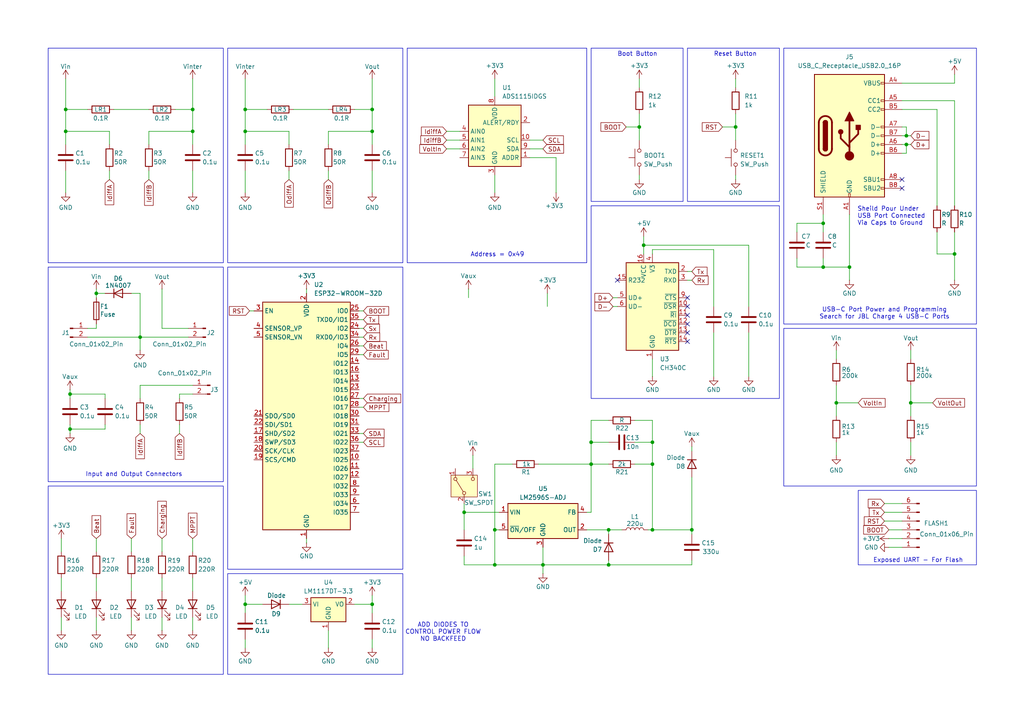
<source format=kicad_sch>
(kicad_sch (version 20250114) (generator "eeschema") (generator_version "9.0")
  (paper "A4")
  (title_block (comment 1 "Capacitor Ratings Need to be >50V for HVDC"))
  (rectangle (start 171.45 59.69) (end 226.06 115.57))
  (rectangle (start 13.97 77.47) (end 64.77 139.7))
  (rectangle (start 13.97 140.97) (end 64.77 195.58))
  (rectangle (start 171.45 13.97) (end 198.12 58.42))
  (rectangle (start 118.11 13.97) (end 170.18 76.2))
  (rectangle (start 227.33 95.25) (end 283.21 140.97))
  (rectangle (start 248.92 142.24) (end 283.21 163.83))
  (rectangle (start 13.97 13.97) (end 64.77 76.2))
  (rectangle (start 199.39 13.97) (end 226.06 58.42))
  (rectangle (start 66.04 13.97) (end 116.84 76.2))
  (rectangle (start 66.04 77.47) (end 116.84 165.1))
  (rectangle (start 227.33 13.97) (end 283.21 93.98))
  (rectangle (start 66.04 166.37) (end 116.84 195.58))
  (text "USB-C Port Power and Programming\nSearch for JBL Charge 4 USB-C Ports" (at 256.54 92.71 0) (effects (font (size 1.27 1.27)) (justify bottom)))
  (text "Address = 0x49" (at 144.272 73.914 0) (effects (font (size 1.27 1.27))))
  (text "Reset Button" (at 207.01 16.51 0) (effects (font (size 1.27 1.27)) (justify left bottom)))
  (text "Exposed UART - For Flash" (at 253.238 163.322 0) (effects (font (size 1.27 1.27)) (justify left bottom)))
  (text "Input and Output Connectors" (at 38.862 137.668 0) (effects (font (size 1.27 1.27))))
  (text "Boot Button" (at 179.07 16.51 0) (effects (font (size 1.27 1.27)) (justify left bottom)))
  (text "ADD DIODES TO\nCONTROL POWER FLOW\nNO BACKFEED" (at 128.524 183.388 0) (effects (font (size 1.27 1.27))))
  (text "Sheild Pour Under\nUSB Port Connected\nVia Caps to Ground" (at 248.666 65.532 0) (effects (font (size 1.27 1.27)) (justify left bottom)))
  (junction (at 40.64 97.79))
  (junction (at 171.45 134.62))
  (junction (at 189.23 134.62))
  (junction (at 186.69 71.12))
  (junction (at 264.16 116.84))
  (junction (at 20.32 114.3))
  (junction (at 55.88 31.75))
  (junction (at 19.05 38.1))
  (junction (at 20.32 124.46))
  (junction (at 276.86 73.66))
  (junction (at 176.53 153.67))
  (junction (at 19.05 31.75))
  (junction (at 189.23 153.67))
  (junction (at 262.89 41.91))
  (junction (at 134.62 148.59))
  (junction (at 189.23 128.27))
  (junction (at 71.12 38.1))
  (junction (at 200.66 153.67))
  (junction (at 171.45 128.27))
  (junction (at 27.94 85.09))
  (junction (at 238.76 64.77))
  (junction (at 107.95 175.26))
  (junction (at 176.53 163.83))
  (junction (at 107.95 31.75))
  (junction (at 55.88 38.1))
  (junction (at 143.51 153.67))
  (junction (at 262.89 39.37))
  (junction (at 71.12 175.26))
  (junction (at 242.57 116.84))
  (junction (at 246.38 77.47))
  (junction (at 185.42 36.83))
  (junction (at 143.51 163.83))
  (junction (at 213.36 36.83))
  (junction (at 238.76 77.47))
  (junction (at 71.12 31.75))
  (junction (at 107.95 38.1))
  (junction (at 157.48 163.83))
  (no_connect (at 179.07 81.28))
  (no_connect (at 199.39 93.98))
  (no_connect (at 199.39 86.36))
  (no_connect (at 199.39 96.52))
  (no_connect (at 199.39 88.9))
  (no_connect (at 199.39 99.06))
  (no_connect (at 261.62 52.07))
  (no_connect (at 199.39 91.44))
  (no_connect (at 261.62 54.61))
  (wire (pts (xy 137.16 132.08) (xy 137.16 135.89)))
  (wire (pts (xy 107.95 38.1) (xy 107.95 41.91)))
  (wire (pts (xy 20.32 113.03) (xy 20.32 114.3)))
  (wire (pts (xy 107.95 175.26) (xy 107.95 177.8)))
  (wire (pts (xy 157.48 163.83) (xy 157.48 166.37)))
  (wire (pts (xy 231.14 64.77) (xy 231.14 67.31)))
  (wire (pts (xy 71.12 172.72) (xy 71.12 175.26)))
  (wire (pts (xy 231.14 74.93) (xy 231.14 77.47)))
  (wire (pts (xy 271.78 31.75) (xy 261.62 31.75)))
  (wire (pts (xy 257.81 156.21) (xy 261.62 156.21)))
  (wire (pts (xy 25.4 97.79) (xy 40.64 97.79)))
  (wire (pts (xy 153.67 40.64) (xy 157.48 40.64)))
  (wire (pts (xy 19.05 49.53) (xy 19.05 55.88)))
  (wire (pts (xy 40.64 123.19) (xy 40.64 125.73)))
  (wire (pts (xy 88.9 156.21) (xy 88.9 157.48)))
  (wire (pts (xy 276.86 29.21) (xy 261.62 29.21)))
  (wire (pts (xy 27.94 167.64) (xy 27.94 171.45)))
  (wire (pts (xy 184.15 121.92) (xy 189.23 121.92)))
  (wire (pts (xy 129.54 43.18) (xy 133.35 43.18)))
  (wire (pts (xy 261.62 39.37) (xy 262.89 39.37)))
  (wire (pts (xy 27.94 85.09) (xy 30.48 85.09)))
  (wire (pts (xy 185.42 50.8) (xy 185.42 52.07)))
  (wire (pts (xy 262.89 41.91) (xy 264.16 41.91)))
  (wire (pts (xy 242.57 116.84) (xy 248.92 116.84)))
  (wire (pts (xy 30.48 123.19) (xy 30.48 124.46)))
  (wire (pts (xy 148.59 134.62) (xy 143.51 134.62)))
  (wire (pts (xy 264.16 128.27) (xy 264.16 132.08)))
  (wire (pts (xy 200.66 138.43) (xy 200.66 153.67)))
  (wire (pts (xy 256.54 146.05) (xy 261.62 146.05)))
  (wire (pts (xy 43.18 41.91) (xy 43.18 38.1)))
  (wire (pts (xy 27.94 83.82) (xy 27.94 85.09)))
  (wire (pts (xy 176.53 153.67) (xy 170.18 153.67)))
  (wire (pts (xy 242.57 128.27) (xy 242.57 132.08)))
  (wire (pts (xy 40.64 111.76) (xy 40.64 115.57)))
  (wire (pts (xy 189.23 121.92) (xy 189.23 128.27)))
  (wire (pts (xy 40.64 85.09) (xy 40.64 97.79)))
  (wire (pts (xy 71.12 175.26) (xy 71.12 177.8)))
  (wire (pts (xy 52.07 123.19) (xy 52.07 125.73)))
  (wire (pts (xy 189.23 72.39) (xy 189.23 73.66)))
  (wire (pts (xy 71.12 38.1) (xy 71.12 41.91)))
  (wire (pts (xy 55.88 49.53) (xy 55.88 55.88)))
  (wire (pts (xy 55.88 38.1) (xy 55.88 41.91)))
  (wire (pts (xy 71.12 49.53) (xy 71.12 55.88)))
  (wire (pts (xy 88.9 83.82) (xy 88.9 85.09)))
  (wire (pts (xy 27.94 179.07) (xy 27.94 182.88)))
  (wire (pts (xy 27.94 93.98) (xy 27.94 95.25)))
  (wire (pts (xy 209.55 36.83) (xy 213.36 36.83)))
  (wire (pts (xy 20.32 114.3) (xy 30.48 114.3)))
  (wire (pts (xy 256.54 151.13) (xy 261.62 151.13)))
  (wire (pts (xy 38.1 179.07) (xy 38.1 182.88)))
  (wire (pts (xy 276.86 24.13) (xy 276.86 21.59)))
  (wire (pts (xy 264.16 101.6) (xy 264.16 104.14)))
  (wire (pts (xy 161.29 45.72) (xy 153.67 45.72)))
  (wire (pts (xy 55.88 31.75) (xy 55.88 38.1)))
  (wire (pts (xy 257.81 158.75) (xy 261.62 158.75)))
  (wire (pts (xy 46.99 179.07) (xy 46.99 182.88)))
  (wire (pts (xy 186.69 71.12) (xy 186.69 73.66)))
  (wire (pts (xy 262.89 39.37) (xy 264.16 39.37)))
  (wire (pts (xy 104.14 102.87) (xy 105.41 102.87)))
  (wire (pts (xy 27.94 156.21) (xy 27.94 160.02)))
  (wire (pts (xy 264.16 116.84) (xy 270.51 116.84)))
  (wire (pts (xy 177.8 88.9) (xy 179.07 88.9)))
  (wire (pts (xy 246.38 62.23) (xy 246.38 77.47)))
  (wire (pts (xy 55.88 167.64) (xy 55.88 171.45)))
  (wire (pts (xy 238.76 64.77) (xy 238.76 67.31)))
  (wire (pts (xy 276.86 59.69) (xy 276.86 29.21)))
  (wire (pts (xy 55.88 156.21) (xy 55.88 160.02)))
  (wire (pts (xy 71.12 185.42) (xy 71.12 187.96)))
  (wire (pts (xy 199.39 81.28) (xy 200.66 81.28)))
  (wire (pts (xy 71.12 31.75) (xy 71.12 38.1)))
  (wire (pts (xy 185.42 33.02) (xy 185.42 36.83)))
  (wire (pts (xy 238.76 77.47) (xy 246.38 77.47)))
  (wire (pts (xy 55.88 22.86) (xy 55.88 31.75)))
  (wire (pts (xy 271.78 59.69) (xy 271.78 31.75)))
  (wire (pts (xy 19.05 31.75) (xy 19.05 38.1)))
  (wire (pts (xy 83.82 175.26) (xy 87.63 175.26)))
  (wire (pts (xy 95.25 41.91) (xy 95.25 38.1)))
  (wire (pts (xy 242.57 101.6) (xy 242.57 104.14)))
  (wire (pts (xy 50.8 31.75) (xy 55.88 31.75)))
  (wire (pts (xy 19.05 38.1) (xy 31.75 38.1)))
  (wire (pts (xy 213.36 33.02) (xy 213.36 36.83)))
  (wire (pts (xy 264.16 111.76) (xy 264.16 116.84)))
  (wire (pts (xy 261.62 36.83) (xy 262.89 36.83)))
  (wire (pts (xy 186.69 68.58) (xy 186.69 71.12)))
  (wire (pts (xy 17.78 167.64) (xy 17.78 171.45)))
  (wire (pts (xy 207.01 96.52) (xy 207.01 109.22)))
  (wire (pts (xy 217.17 71.12) (xy 186.69 71.12)))
  (wire (pts (xy 46.99 167.64) (xy 46.99 171.45)))
  (wire (pts (xy 134.62 163.83) (xy 143.51 163.83)))
  (wire (pts (xy 102.87 31.75) (xy 107.95 31.75)))
  (wire (pts (xy 144.78 153.67) (xy 143.51 153.67)))
  (wire (pts (xy 85.09 31.75) (xy 95.25 31.75)))
  (wire (pts (xy 176.53 153.67) (xy 176.53 154.94)))
  (wire (pts (xy 264.16 116.84) (xy 264.16 120.65)))
  (wire (pts (xy 200.66 153.67) (xy 200.66 154.94)))
  (wire (pts (xy 17.78 156.21) (xy 17.78 160.02)))
  (wire (pts (xy 207.01 72.39) (xy 189.23 72.39)))
  (wire (pts (xy 134.62 161.29) (xy 134.62 163.83)))
  (wire (pts (xy 238.76 62.23) (xy 238.76 64.77)))
  (wire (pts (xy 181.61 36.83) (xy 185.42 36.83)))
  (wire (pts (xy 77.47 31.75) (xy 71.12 31.75)))
  (wire (pts (xy 38.1 156.21) (xy 38.1 160.02)))
  (wire (pts (xy 33.02 31.75) (xy 43.18 31.75)))
  (wire (pts (xy 200.66 162.56) (xy 200.66 163.83)))
  (wire (pts (xy 52.07 114.3) (xy 52.07 115.57)))
  (wire (pts (xy 161.29 55.88) (xy 161.29 45.72)))
  (wire (pts (xy 156.21 134.62) (xy 171.45 134.62)))
  (wire (pts (xy 71.12 38.1) (xy 83.82 38.1)))
  (wire (pts (xy 102.87 175.26) (xy 107.95 175.26)))
  (wire (pts (xy 143.51 163.83) (xy 157.48 163.83)))
  (wire (pts (xy 184.15 134.62) (xy 189.23 134.62)))
  (wire (pts (xy 153.67 43.18) (xy 157.48 43.18)))
  (wire (pts (xy 104.14 97.79) (xy 105.41 97.79)))
  (wire (pts (xy 46.99 95.25) (xy 54.61 95.25)))
  (wire (pts (xy 40.64 101.6) (xy 40.64 97.79)))
  (wire (pts (xy 105.41 95.25) (xy 104.14 95.25)))
  (wire (pts (xy 43.18 38.1) (xy 55.88 38.1)))
  (wire (pts (xy 27.94 95.25) (xy 25.4 95.25)))
  (wire (pts (xy 231.14 64.77) (xy 238.76 64.77)))
  (wire (pts (xy 242.57 111.76) (xy 242.57 116.84)))
  (wire (pts (xy 158.75 85.09) (xy 158.75 88.9)))
  (wire (pts (xy 144.78 148.59) (xy 134.62 148.59)))
  (wire (pts (xy 217.17 96.52) (xy 217.17 109.22)))
  (wire (pts (xy 200.66 153.67) (xy 189.23 153.67)))
  (wire (pts (xy 83.82 49.53) (xy 83.82 52.07)))
  (wire (pts (xy 30.48 115.57) (xy 30.48 114.3)))
  (wire (pts (xy 31.75 38.1) (xy 31.75 41.91)))
  (wire (pts (xy 104.14 118.11) (xy 105.41 118.11)))
  (wire (pts (xy 20.32 114.3) (xy 20.32 115.57)))
  (wire (pts (xy 20.32 124.46) (xy 20.32 125.73)))
  (wire (pts (xy 171.45 128.27) (xy 171.45 134.62)))
  (wire (pts (xy 176.53 162.56) (xy 176.53 163.83)))
  (wire (pts (xy 104.14 128.27) (xy 105.41 128.27)))
  (wire (pts (xy 83.82 38.1) (xy 83.82 41.91)))
  (wire (pts (xy 46.99 83.82) (xy 46.99 95.25)))
  (wire (pts (xy 200.66 129.54) (xy 200.66 130.81)))
  (wire (pts (xy 43.18 49.53) (xy 43.18 52.07)))
  (wire (pts (xy 143.51 22.86) (xy 143.51 27.94)))
  (wire (pts (xy 17.78 179.07) (xy 17.78 182.88)))
  (wire (pts (xy 107.95 49.53) (xy 107.95 55.88)))
  (wire (pts (xy 185.42 36.83) (xy 185.42 40.64)))
  (wire (pts (xy 171.45 148.59) (xy 171.45 134.62)))
  (wire (pts (xy 246.38 77.47) (xy 246.38 81.28)))
  (wire (pts (xy 213.36 36.83) (xy 213.36 40.64)))
  (wire (pts (xy 262.89 44.45) (xy 262.89 41.91)))
  (wire (pts (xy 55.88 179.07) (xy 55.88 182.88)))
  (wire (pts (xy 107.95 31.75) (xy 107.95 38.1)))
  (wire (pts (xy 129.54 38.1) (xy 133.35 38.1)))
  (wire (pts (xy 187.96 153.67) (xy 189.23 153.67)))
  (wire (pts (xy 25.4 31.75) (xy 19.05 31.75)))
  (wire (pts (xy 20.32 123.19) (xy 20.32 124.46)))
  (wire (pts (xy 129.54 40.64) (xy 133.35 40.64)))
  (wire (pts (xy 207.01 88.9) (xy 207.01 72.39)))
  (wire (pts (xy 261.62 41.91) (xy 262.89 41.91)))
  (wire (pts (xy 71.12 22.86) (xy 71.12 31.75)))
  (wire (pts (xy 184.15 128.27) (xy 189.23 128.27)))
  (wire (pts (xy 276.86 73.66) (xy 276.86 81.28)))
  (wire (pts (xy 157.48 158.75) (xy 157.48 163.83)))
  (wire (pts (xy 104.14 90.17) (xy 105.41 90.17)))
  (wire (pts (xy 271.78 73.66) (xy 276.86 73.66)))
  (wire (pts (xy 31.75 49.53) (xy 31.75 52.07)))
  (wire (pts (xy 55.88 114.3) (xy 52.07 114.3)))
  (wire (pts (xy 257.81 153.67) (xy 261.62 153.67)))
  (wire (pts (xy 95.25 49.53) (xy 95.25 52.07)))
  (wire (pts (xy 262.89 39.37) (xy 262.89 36.83)))
  (wire (pts (xy 72.39 90.17) (xy 73.66 90.17)))
  (wire (pts (xy 107.95 172.72) (xy 107.95 175.26)))
  (wire (pts (xy 135.89 83.82) (xy 135.89 86.36)))
  (wire (pts (xy 213.36 50.8) (xy 213.36 52.07)))
  (wire (pts (xy 171.45 134.62) (xy 176.53 134.62)))
  (wire (pts (xy 171.45 121.92) (xy 171.45 128.27)))
  (wire (pts (xy 107.95 22.86) (xy 107.95 31.75)))
  (wire (pts (xy 143.51 50.8) (xy 143.51 55.88)))
  (wire (pts (xy 143.51 134.62) (xy 143.51 153.67)))
  (wire (pts (xy 104.14 125.73) (xy 105.41 125.73)))
  (wire (pts (xy 261.62 24.13) (xy 276.86 24.13)))
  (wire (pts (xy 46.99 156.21) (xy 46.99 160.02)))
  (wire (pts (xy 27.94 85.09) (xy 27.94 86.36)))
  (wire (pts (xy 177.8 86.36) (xy 179.07 86.36)))
  (wire (pts (xy 19.05 22.86) (xy 19.05 31.75)))
  (wire (pts (xy 19.05 38.1) (xy 19.05 41.91)))
  (wire (pts (xy 189.23 104.14) (xy 189.23 109.22)))
  (wire (pts (xy 271.78 67.31) (xy 271.78 73.66)))
  (wire (pts (xy 231.14 77.47) (xy 238.76 77.47)))
  (wire (pts (xy 143.51 153.67) (xy 143.51 163.83)))
  (wire (pts (xy 189.23 134.62) (xy 189.23 153.67)))
  (wire (pts (xy 40.64 97.79) (xy 54.61 97.79)))
  (wire (pts (xy 170.18 148.59) (xy 171.45 148.59)))
  (wire (pts (xy 217.17 88.9) (xy 217.17 71.12)))
  (wire (pts (xy 134.62 146.05) (xy 134.62 148.59)))
  (wire (pts (xy 176.53 121.92) (xy 171.45 121.92)))
  (wire (pts (xy 38.1 85.09) (xy 40.64 85.09)))
  (wire (pts (xy 104.14 92.71) (xy 105.41 92.71)))
  (wire (pts (xy 71.12 175.26) (xy 76.2 175.26)))
  (wire (pts (xy 95.25 182.88) (xy 95.25 187.96)))
  (wire (pts (xy 107.95 185.42) (xy 107.95 187.96)))
  (wire (pts (xy 185.42 22.86) (xy 185.42 25.4)))
  (wire (pts (xy 256.54 148.59) (xy 261.62 148.59)))
  (wire (pts (xy 176.53 163.83) (xy 200.66 163.83)))
  (wire (pts (xy 213.36 22.86) (xy 213.36 25.4)))
  (wire (pts (xy 242.57 116.84) (xy 242.57 120.65)))
  (wire (pts (xy 199.39 78.74) (xy 200.66 78.74)))
  (wire (pts (xy 189.23 128.27) (xy 189.23 134.62)))
  (wire (pts (xy 276.86 67.31) (xy 276.86 73.66)))
  (wire (pts (xy 134.62 148.59) (xy 134.62 153.67)))
  (wire (pts (xy 105.41 100.33) (xy 104.14 100.33)))
  (wire (pts (xy 38.1 167.64) (xy 38.1 171.45)))
  (wire (pts (xy 30.48 124.46) (xy 20.32 124.46)))
  (wire (pts (xy 171.45 128.27) (xy 176.53 128.27)))
  (wire (pts (xy 55.88 111.76) (xy 40.64 111.76)))
  (wire (pts (xy 238.76 74.93) (xy 238.76 77.47)))
  (wire (pts (xy 95.25 38.1) (xy 107.95 38.1)))
  (wire (pts (xy 157.48 163.83) (xy 176.53 163.83)))
  (wire (pts (xy 180.34 153.67) (xy 176.53 153.67)))
  (wire (pts (xy 104.14 115.57) (xy 105.41 115.57)))
  (wire (pts (xy 261.62 44.45) (xy 262.89 44.45)))
  (global_label "SCL" (shape input) (at 157.48 40.64 0) (property "Intersheetrefs" "${INTERSHEET_REFS}" (effects (hide yes))))
  (global_label "Charging" (shape input) (at 105.41 115.57 0) (property "Intersheetrefs" "${INTERSHEET_REFS}" (effects (hide yes))))
  (global_label "IdiffB" (shape input) (at 43.18 52.07 270) (property "Intersheetrefs" "${INTERSHEET_REFS}" (effects (hide yes))))
  (global_label "D+" (shape input) (at 177.8 86.36 180) (property "Intersheetrefs" "${INTERSHEET_REFS}" (effects (hide yes))))
  (global_label "BOOT" (shape input) (at 181.61 36.83 180) (property "Intersheetrefs" "${INTERSHEET_REFS}" (effects (hide yes))))
  (global_label "SCL" (shape input) (at 105.41 128.27 0) (property "Intersheetrefs" "${INTERSHEET_REFS}" (effects (hide yes))))
  (global_label "IdiffB" (shape input) (at 52.07 125.73 270) (property "Intersheetrefs" "${INTERSHEET_REFS}" (effects (hide yes))))
  (global_label "OdiffB" (shape input) (at 95.25 52.07 270) (property "Intersheetrefs" "${INTERSHEET_REFS}" (effects (hide yes))))
  (global_label "MPPT" (shape input) (at 55.88 156.21 90) (property "Intersheetrefs" "${INTERSHEET_REFS}" (effects (hide yes))))
  (global_label "VoltIn" (shape input) (at 248.92 116.84 0) (property "Intersheetrefs" "${INTERSHEET_REFS}" (effects (hide yes))))
  (global_label "Sx" (shape input) (at 105.41 95.25 0) (property "Intersheetrefs" "${INTERSHEET_REFS}" (effects (hide yes))))
  (global_label "Beat" (shape input) (at 27.94 156.21 90) (property "Intersheetrefs" "${INTERSHEET_REFS}" (effects (hide yes))))
  (global_label "VoltOut" (shape input) (at 270.51 116.84 0) (property "Intersheetrefs" "${INTERSHEET_REFS}" (effects (hide yes))))
  (global_label "Beat" (shape input) (at 105.41 100.33 0) (property "Intersheetrefs" "${INTERSHEET_REFS}" (effects (hide yes))))
  (global_label "MPPT" (shape input) (at 105.41 118.11 0) (property "Intersheetrefs" "${INTERSHEET_REFS}" (effects (hide yes))))
  (global_label "VoltIn" (shape input) (at 129.54 43.18 180) (property "Intersheetrefs" "${INTERSHEET_REFS}" (effects (hide yes))))
  (global_label "Rx" (shape input) (at 105.41 97.79 0) (property "Intersheetrefs" "${INTERSHEET_REFS}" (effects (hide yes))))
  (global_label "D-" (shape input) (at 264.16 39.37 0) (property "Intersheetrefs" "${INTERSHEET_REFS}" (effects (hide yes))))
  (global_label "IdiffA" (shape input) (at 129.54 38.1 180) (property "Intersheetrefs" "${INTERSHEET_REFS}" (effects (hide yes))))
  (global_label "RST" (shape input) (at 209.55 36.83 180) (property "Intersheetrefs" "${INTERSHEET_REFS}" (effects (hide yes))))
  (global_label "Tx" (shape input) (at 256.54 148.59 180) (property "Intersheetrefs" "${INTERSHEET_REFS}" (effects (hide yes))))
  (global_label "IdiffA" (shape input) (at 40.64 125.73 270) (property "Intersheetrefs" "${INTERSHEET_REFS}" (effects (hide yes))))
  (global_label "BOOT" (shape input) (at 105.41 90.17 0) (property "Intersheetrefs" "${INTERSHEET_REFS}" (effects (hide yes))))
  (global_label "Tx" (shape input) (at 200.66 78.74 0) (property "Intersheetrefs" "${INTERSHEET_REFS}" (effects (hide yes))))
  (global_label "SDA" (shape input) (at 157.48 43.18 0) (property "Intersheetrefs" "${INTERSHEET_REFS}" (effects (hide yes))))
  (global_label "D-" (shape input) (at 177.8 88.9 180) (property "Intersheetrefs" "${INTERSHEET_REFS}" (effects (hide yes))))
  (global_label "OdiffA" (shape input) (at 83.82 52.07 270) (property "Intersheetrefs" "${INTERSHEET_REFS}" (effects (hide yes))))
  (global_label "SDA" (shape input) (at 105.41 125.73 0) (property "Intersheetrefs" "${INTERSHEET_REFS}" (effects (hide yes))))
  (global_label "RST" (shape input) (at 256.54 151.13 180) (property "Intersheetrefs" "${INTERSHEET_REFS}" (effects (hide yes))))
  (global_label "IdiffA" (shape input) (at 31.75 52.07 270) (property "Intersheetrefs" "${INTERSHEET_REFS}" (effects (hide yes))))
  (global_label "D+" (shape input) (at 264.16 41.91 0) (property "Intersheetrefs" "${INTERSHEET_REFS}" (effects (hide yes))))
  (global_label "BOOT" (shape input) (at 257.81 153.67 180) (property "Intersheetrefs" "${INTERSHEET_REFS}" (effects (hide yes))))
  (global_label "Rx" (shape input) (at 256.54 146.05 180) (property "Intersheetrefs" "${INTERSHEET_REFS}" (effects (hide yes))))
  (global_label "Fault" (shape input) (at 105.41 102.87 0) (property "Intersheetrefs" "${INTERSHEET_REFS}" (effects (hide yes))))
  (global_label "Tx" (shape input) (at 105.41 92.71 0) (property "Intersheetrefs" "${INTERSHEET_REFS}" (effects (hide yes))))
  (global_label "Rx" (shape input) (at 200.66 81.28 0) (property "Intersheetrefs" "${INTERSHEET_REFS}" (effects (hide yes))))
  (global_label "Charging" (shape input) (at 46.99 156.21 90) (property "Intersheetrefs" "${INTERSHEET_REFS}" (effects (hide yes))))
  (global_label "IdiffB" (shape input) (at 129.54 40.64 180) (property "Intersheetrefs" "${INTERSHEET_REFS}" (effects (hide yes))))
  (global_label "RST" (shape input) (at 72.39 90.17 180) (property "Intersheetrefs" "${INTERSHEET_REFS}" (effects (hide yes))))
  (global_label "Fault" (shape input) (at 38.1 156.21 90) (property "Intersheetrefs" "${INTERSHEET_REFS}" (effects (hide yes))))
  (symbol (lib_id "Device:R") (at 55.88 163.83 0) (unit 1)
    (property "Reference" "R20" (at 57.404 162.56 0) (effects (justify left)))
    (property "Value" "220R" (at 57.404 165.1 0) (effects (justify left)))
    (property "Footprint" "LED_SMD:LED_0805_2012Metric_Pad1.15x1.40mm_HandSolder" (effects (hide yes)))
    (property "Description" "Resistor" (effects (hide yes)))
  )
  (symbol (lib_id "power:VAA") (at 19.05 22.86 0) (unit 1)
    (property "Reference" "#PWR01" (effects (hide yes)))
    (property "Value" "Vin" (at 19.05 19.304 0))
    (property "Description" "Power symbol creates a global label with name \"VAA\"" (effects (hide yes)))
  )
  (symbol (lib_id "Device:LED") (at 55.88 175.26 90) (unit 1)
    (property "Reference" "D5" (at 59.69 176.2125 90) (effects (justify right)))
    (property "Value" "LED" (at 59.69 178.7525 90) (effects (justify right)))
    (property "Footprint" "LED_SMD:LED_1206_3216Metric_Pad1.42x1.75mm_HandSolder" (effects (hide yes)))
  )
  (symbol (lib_id "ScottoKeebs:Placeholder_Diode") (at 200.66 134.62 270) (unit 1)
    (property "Reference" "D8" (at 198.755 135.255 90) (effects (justify right)))
    (property "Value" "Diode" (at 198.755 132.715 90) (effects (justify right)))
    (property "Footprint" "Diode_SMD:D_MELF" (effects (hide yes)))
    (property "Sim.Device" "D" (effects (hide yes)))
    (property "Sim.Pins" "1=K 2=A" (effects (hide yes)))
  )
  (symbol (lib_id "Device:LED") (at 17.78 175.26 90) (unit 1)
    (property "Reference" "D1" (at 21.59 176.2125 90) (effects (justify right)))
    (property "Value" "LED" (at 21.59 178.7525 90) (effects (justify right)))
    (property "Footprint" "LED_SMD:LED_1206_3216Metric_Pad1.42x1.75mm_HandSolder" (effects (hide yes)))
  )
  (symbol (lib_id "power:GND") (at 71.12 55.88 0) (unit 1)
    (property "Reference" "#PWR013" (effects (hide yes)))
    (property "Value" "GND" (at 71.12 60.198 0))
    (property "Description" "Power symbol creates a global label with name \"GND\" , ground" (effects (hide yes)))
  )
  (symbol (lib_id "power:VBUS") (at 135.89 83.82 0) (unit 1)
    (property "Reference" "#PWR036" (effects (hide yes)))
    (property "Value" "Vaux" (at 135.89 80.01 0))
    (property "Description" "Power symbol creates a global label with name \"VBUS\"" (effects (hide yes)))
  )
  (symbol (lib_id "power:GND") (at 189.23 109.22 0) (unit 1)
    (property "Reference" "#PWR03" (effects (hide yes)))
    (property "Value" "GND" (at 189.23 113.03 0))
  )
  (symbol (lib_id "Device:R") (at 180.34 134.62 90) (unit 1)
    (property "Reference" "R21" (at 182.372 136.906 90) (effects (justify left)))
    (property "Value" "2k" (at 181.61 134.62 90) (effects (justify left)))
    (property "Footprint" "LED_SMD:LED_0805_2012Metric_Pad1.15x1.40mm_HandSolder" (effects (hide yes)))
    (property "Description" "Resistor" (effects (hide yes)))
  )
  (symbol (lib_id "Device:R") (at 31.75 45.72 0) (unit 1)
    (property "Reference" "R2" (at 33.02 44.45 0) (effects (justify left)))
    (property "Value" "50R" (at 33.02 46.99 0) (effects (justify left)))
    (property "Description" "Resistor" (effects (hide yes)))
  )
  (symbol (lib_id "Device:LED") (at 46.99 175.26 90) (unit 1)
    (property "Reference" "D4" (at 50.8 176.2125 90) (effects (justify right)))
    (property "Value" "LED" (at 50.8 178.7525 90) (effects (justify right)))
    (property "Footprint" "LED_SMD:LED_1206_3216Metric_Pad1.42x1.75mm_HandSolder" (effects (hide yes)))
  )
  (symbol (lib_id "power:GND") (at 19.05 55.88 0) (unit 1)
    (property "Reference" "#PWR05" (effects (hide yes)))
    (property "Value" "GND" (at 19.05 60.198 0))
    (property "Description" "Power symbol creates a global label with name \"GND\" , ground" (effects (hide yes)))
  )
  (symbol (lib_id "Device:R") (at 81.28 31.75 90) (unit 1)
    (property "Reference" "LR3" (at 81.28 31.75 90))
    (property "Value" "0.1R" (at 81.28 34.29 90))
    (property "Description" "Resistor" (effects (hide yes)))
  )
  (symbol (lib_id "Switch:SW_Push") (at 213.36 45.72 90) (unit 1)
    (property "Reference" "RESET1" (at 214.63 45.085 90) (effects (justify right)))
    (property "Value" "SW_Push" (at 214.63 47.625 90) (effects (justify right)))
    (property "Footprint" "CustomLibrary:SwitchCustom" (effects (hide yes)))
  )
  (symbol (lib_id "power:GND") (at 88.9 157.48 0) (unit 1)
    (property "Reference" "#PWR031" (effects (hide yes)))
    (property "Value" "GND" (at 88.9 161.29 0))
  )
  (symbol (lib_id "power:GND") (at 95.25 187.96 0) (unit 1)
    (property "Reference" "#PWR045" (effects (hide yes)))
    (property "Value" "GND" (at 95.25 191.77 0))
  )
  (symbol (lib_id "power:GND") (at 207.01 109.22 0) (unit 1)
    (property "Reference" "#PWR041" (effects (hide yes)))
    (property "Value" "GND" (at 207.01 113.03 0))
  )
  (symbol (lib_id "Device:C") (at 200.66 158.75 0) (unit 1)
    (property "Reference" "C15" (at 203.454 157.48 0) (effects (justify left)))
    (property "Value" "330u" (at 203.708 160.02 0) (effects (justify left)))
    (property "Footprint" "Capacitor_SMD:CP_Elec_10x10.5" (effects (hide yes)))
    (property "Description" "Unpolarized capacitor" (effects (hide yes)))
  )
  (symbol (lib_id "Device:R") (at 276.86 63.5 0) (unit 1)
    (property "Reference" "R10" (at 278.13 62.23 0) (effects (justify left)))
    (property "Value" "R" (at 278.13 64.77 0) (effects (justify left)))
    (property "Footprint" "Capacitor_SMD:C_0603_1608Metric_Pad1.08x0.95mm_HandSolder" (effects (hide yes)))
  )
  (symbol (lib_id "Device:C") (at 19.05 45.72 0) (unit 1)
    (property "Reference" "C1" (at 21.844 44.45 0) (effects (justify left)))
    (property "Value" "0.1u" (at 21.844 46.99 0) (effects (justify left)))
    (property "Footprint" "Capacitor_SMD:C_0603_1608Metric_Pad1.08x0.95mm_HandSolder" (effects (hide yes)))
    (property "Description" "Unpolarized capacitor" (effects (hide yes)))
  )
  (symbol (lib_id "power:VAA") (at 242.57 101.6 0) (unit 1)
    (property "Reference" "#PWR027" (effects (hide yes)))
    (property "Value" "Vin" (at 242.57 98.044 0))
    (property "Description" "Power symbol creates a global label with name \"VAA\"" (effects (hide yes)))
  )
  (symbol (lib_id "Device:C") (at 217.17 92.71 0) (unit 1)
    (property "Reference" "C10" (at 219.964 91.44 0) (effects (justify left)))
    (property "Value" "0.1u" (at 219.964 93.98 0) (effects (justify left)))
    (property "Footprint" "Capacitor_SMD:C_0603_1608Metric_Pad1.08x0.95mm_HandSolder" (effects (hide yes)))
    (property "Description" "Unpolarized capacitor" (effects (hide yes)))
  )
  (symbol (lib_id "power:GND") (at 46.99 182.88 0) (unit 1)
    (property "Reference" "#PWR039" (effects (hide yes)))
    (property "Value" "GND" (at 46.99 187.198 0))
    (property "Description" "Power symbol creates a global label with name \"GND\" , ground" (effects (hide yes)))
  )
  (symbol (lib_id "power:VAA") (at 71.12 22.86 0) (unit 1)
    (property "Reference" "#PWR012" (effects (hide yes)))
    (property "Value" "Vinter" (at 71.12 19.304 0))
    (property "Description" "Power symbol creates a global label with name \"VAA\"" (effects (hide yes)))
  )
  (symbol (lib_id "power:GND") (at 17.78 182.88 0) (unit 1)
    (property "Reference" "#PWR034" (effects (hide yes)))
    (property "Value" "GND" (at 17.78 187.198 0))
    (property "Description" "Power symbol creates a global label with name \"GND\" , ground" (effects (hide yes)))
  )
  (symbol (lib_id "power:+3V3") (at 185.42 22.86 0) (unit 1)
    (property "Reference" "#PWR021" (effects (hide yes)))
    (property "Value" "+3V3" (at 185.42 19.05 0))
  )
  (symbol (lib_id "Device:R") (at 17.78 163.83 0) (unit 1)
    (property "Reference" "R16" (at 19.304 162.56 0) (effects (justify left)))
    (property "Value" "220R" (at 19.304 165.1 0) (effects (justify left)))
    (property "Footprint" "LED_SMD:LED_0805_2012Metric_Pad1.15x1.40mm_HandSolder" (effects (hide yes)))
    (property "Description" "Resistor" (effects (hide yes)))
  )
  (symbol (lib_id "Device:R") (at 46.99 31.75 90) (unit 1)
    (property "Reference" "LR2" (at 46.99 31.75 90))
    (property "Value" "0.1R" (at 46.99 34.29 90))
    (property "Description" "Resistor" (effects (hide yes)))
  )
  (symbol (lib_id "Device:R") (at 213.36 29.21 180) (unit 1)
    (property "Reference" "R11" (at 215.9 27.9399 0) (effects (justify right)))
    (property "Value" "1k" (at 215.9 30.4799 0) (effects (justify right)))
    (property "Footprint" "Resistor_SMD:R_0805_2012Metric_Pad1.20x1.40mm_HandSolder" (effects (hide yes)))
  )
  (symbol (lib_id "Regulator_Linear:LM1117DT-3.3") (at 95.25 175.26 0) (unit 1)
    (property "Reference" "U4" (at 95.25 168.91 0))
    (property "Value" "LM1117DT-3.3" (at 95.25 171.45 0))
    (property "Footprint" "Package_TO_SOT_SMD:TO-252-3_TabPin2" (effects (hide yes)))
    (property "Datasheet" "http://www.ti.com/lit/ds/symlink/lm1117.pdf" (effects (hide yes)))
    (property "Description" "800mA Low-Dropout Linear Regulator, 3.3V fixed output, TO-252" (effects (hide yes)))
  )
  (symbol (lib_id "Device:C") (at 107.95 45.72 0) (unit 1)
    (property "Reference" "C6" (at 110.744 44.45 0) (effects (justify left)))
    (property "Value" "0.1u" (at 110.744 46.99 0) (effects (justify left)))
    (property "Footprint" "Capacitor_SMD:C_0603_1608Metric_Pad1.08x0.95mm_HandSolder" (effects (hide yes)))
    (property "Description" "Unpolarized capacitor" (effects (hide yes)))
  )
  (symbol (lib_id "Connector:USB_C_Receptacle_USB2.0_16P") (at 246.38 39.37 0) (unit 1)
    (property "Reference" "J5" (at 246.38 16.51 0))
    (property "Value" "USB_C_Receptacle_USB2.0_16P" (at 246.38 19.05 0))
    (property "Footprint" "Connector_USB:USB_C_Receptacle_GCT_USB4085" (effects (hide yes)))
    (property "Datasheet" "https://www.usb.org/sites/default/files/documents/usb_type-c.zip" (effects (hide yes)))
    (property "Description" "USB 2.0-only 16P Type-C Receptacle connector" (effects (hide yes)))
  )
  (symbol (lib_id "power:+3V3") (at 17.78 156.21 0) (unit 1)
    (property "Reference" "#PWR033" (effects (hide yes)))
    (property "Value" "+3V3" (at 17.78 152.4 0))
    (property "Description" "Power symbol creates a global label with name \"+3V3\"" (effects (hide yes)))
  )
  (symbol (lib_id "ScottoKeebs:Placeholder_Diode") (at 80.01 175.26 180) (unit 1)
    (property "Reference" "D9" (at 78.74 178.054 0) (effects (justify right)))
    (property "Value" "Diode" (at 77.47 172.72 0) (effects (justify right)))
    (property "Footprint" "Diode_SMD:D_MELF" (effects (hide yes)))
    (property "Sim.Device" "D" (effects (hide yes)))
    (property "Sim.Pins" "1=K 2=A" (effects (hide yes)))
  )
  (symbol (lib_id "power:+3V3") (at 161.29 55.88 180) (unit 1)
    (property "Reference" "#PWR018" (effects (hide yes)))
    (property "Value" "+3V3" (at 160.782 59.69 0))
    (property "Description" "Power symbol creates a global label with name \"+3V3\"" (effects (hide yes)))
  )
  (symbol (lib_id "power:GND") (at 276.86 81.28 0) (unit 1)
    (property "Reference" "#PWR035" (effects (hide yes)))
    (property "Value" "GND" (at 276.86 85.09 0))
  )
  (symbol (lib_id "power:GND") (at 217.17 109.22 0) (unit 1)
    (property "Reference" "#PWR042" (effects (hide yes)))
    (property "Value" "GND" (at 217.17 113.03 0))
  )
  (symbol (lib_id "power:GND") (at 40.64 101.6 0) (unit 1)
    (property "Reference" "#PWR07" (effects (hide yes)))
    (property "Value" "GND" (at 40.64 105.918 0))
    (property "Description" "Power symbol creates a global label with name \"GND\" , ground" (effects (hide yes)))
  )
  (symbol (lib_id "RF_Module:ESP32-WROOM-32D") (at 88.9 120.65 0) (unit 1)
    (property "Reference" "U2" (at 91.0433 82.55 0) (effects (justify left)))
    (property "Value" "ESP32-WROOM-32D" (at 91.0433 85.09 0) (effects (justify left)))
    (property "Footprint" "RF_Module:ESP32-WROOM-32D" (effects (hide yes)))
    (property "Datasheet" "https://www.espressif.com/sites/default/files/documentation/esp32-wroom-32d_esp32-wroom-32u_datasheet_en.pdf" (effects (hide yes)))
    (property "Description" "RF Module, ESP32-D0WD SoC, Wi-Fi 802.11b/g/n, Bluetooth, BLE, 32-bit, 2.7-3.6V, onboard antenna, SMD" (effects (hide yes)))
  )
  (symbol (lib_id "Switch:SW_SPDT") (at 134.62 140.97 90) (unit 1)
    (property "Reference" "SW1" (at 138.684 143.256 90) (effects (justify right)))
    (property "Value" "SW_SPDT" (at 134.62 145.796 90) (effects (justify right)))
    (property "Description" "Switch, single pole double throw" (effects (hide yes)))
  )
  (symbol (lib_id "power:VAA") (at 107.95 22.86 0) (unit 1)
    (property "Reference" "#PWR014" (effects (hide yes)))
    (property "Value" "Vout" (at 107.95 19.304 0))
    (property "Description" "Power symbol creates a global label with name \"VAA\"" (effects (hide yes)))
  )
  (symbol (lib_id "Connector:Conn_01x02_Pin") (at 20.32 95.25 0) (unit 1)
    (property "Reference" "J1" (at 19.05 96.52 0))
    (property "Value" "Conn_01x02_Pin" (at 27.94 99.822 0))
    (property "Description" "Generic connector, single row, 01x02, script generated" (effects (hide yes)))
  )
  (symbol (lib_id "Device:R") (at 242.57 107.95 0) (unit 1)
    (property "Reference" "R6" (at 244.094 107.188 0) (effects (justify left)))
    (property "Value" "200k" (at 244.094 108.966 0) (effects (justify left)))
    (property "Description" "Resistor" (effects (hide yes)))
  )
  (symbol (lib_id "Device:C") (at 107.95 181.61 0) (unit 1)
    (property "Reference" "C12" (at 110.744 180.34 0) (effects (justify left)))
    (property "Value" "0.1u" (at 110.744 182.88 0) (effects (justify left)))
    (property "Footprint" "Capacitor_SMD:C_0603_1608Metric_Pad1.08x0.95mm_HandSolder" (effects (hide yes)))
    (property "Description" "Unpolarized capacitor" (effects (hide yes)))
  )
  (symbol (lib_id "power:GND") (at 38.1 182.88 0) (unit 1)
    (property "Reference" "#PWR038" (effects (hide yes)))
    (property "Value" "GND" (at 38.1 187.198 0))
    (property "Description" "Power symbol creates a global label with name \"GND\" , ground" (effects (hide yes)))
  )
  (symbol (lib_id "Regulator_Switching:LM2596S-ADJ") (at 157.48 151.13 0) (unit 1)
    (property "Reference" "U5" (at 157.48 141.732 0))
    (property "Value" "LM2596S-ADJ" (at 157.48 144.272 0))
    (property "Footprint" "Package_TO_SOT_SMD:TO-263-5_TabPin3" (effects (hide yes)))
    (property "Datasheet" "http://www.ti.com/lit/ds/symlink/lm2596.pdf" (effects (hide yes)))
    (property "Description" "Adjustable 3A Step-Down Voltage Regulator, TO-263" (effects (hide yes)))
  )
  (symbol (lib_id "power:GND") (at 20.32 125.73 0) (unit 1)
    (property "Reference" "#PWR011" (effects (hide yes)))
    (property "Value" "GND" (at 20.32 130.048 0))
    (property "Description" "Power symbol creates a global label with name \"GND\" , ground" (effects (hide yes)))
  )
  (symbol (lib_id "Device:L") (at 184.15 153.67 90) (unit 1)
    (property "Reference" "L1" (at 184.15 149.86 90))
    (property "Value" "220u" (at 184.15 151.892 90))
    (property "Footprint" "Inductor_SMD:L_10.4x10.4_H4.8" (effects (hide yes)))
    (property "Description" "Inductor" (effects (hide yes)))
  )
  (symbol (lib_id "Device:C") (at 55.88 45.72 0) (unit 1)
    (property "Reference" "C2" (at 58.674 44.45 0) (effects (justify left)))
    (property "Value" "0.1u" (at 58.674 46.99 0) (effects (justify left)))
    (property "Footprint" "Capacitor_SMD:C_0603_1608Metric_Pad1.08x0.95mm_HandSolder" (effects (hide yes)))
    (property "Description" "Unpolarized capacitor" (effects (hide yes)))
  )
  (symbol (lib_id "Device:C") (at 30.48 119.38 0) (unit 1)
    (property "Reference" "C4" (at 33.274 118.11 0) (effects (justify left)))
    (property "Value" "0.1u" (at 33.274 120.65 0) (effects (justify left)))
    (property "Footprint" "Capacitor_SMD:C_0603_1608Metric_Pad1.08x0.95mm_HandSolder" (effects (hide yes)))
    (property "Description" "Unpolarized capacitor" (effects (hide yes)))
  )
  (symbol (lib_id "power:+3V3") (at 88.9 83.82 0) (unit 1)
    (property "Reference" "#PWR032" (effects (hide yes)))
    (property "Value" "+3V3" (at 88.9 80.01 0))
  )
  (symbol (lib_id "Device:C") (at 231.14 71.12 0) (unit 1)
    (property "Reference" "C7" (at 232.41 68.58 0) (effects (justify left)))
    (property "Value" "C" (at 233.68 71.12 0) (effects (justify left)))
    (property "Footprint" "Capacitor_SMD:C_0603_1608Metric_Pad1.08x0.95mm_HandSolder" (effects (hide yes)))
  )
  (symbol (lib_id "power:+3V3") (at 257.81 156.21 90) (unit 1)
    (property "Reference" "#PWR025" (effects (hide yes)))
    (property "Value" "+3V3" (at 255.27 156.21 90) (effects (justify left)))
  )
  (symbol (lib_id "power:GND") (at 107.95 55.88 0) (unit 1)
    (property "Reference" "#PWR015" (effects (hide yes)))
    (property "Value" "GND" (at 107.95 60.198 0))
    (property "Description" "Power symbol creates a global label with name \"GND\" , ground" (effects (hide yes)))
  )
  (symbol (lib_id "Device:LED") (at 38.1 175.26 90) (unit 1)
    (property "Reference" "D3" (at 41.91 176.2125 90) (effects (justify right)))
    (property "Value" "LED" (at 41.91 178.7525 90) (effects (justify right)))
    (property "Footprint" "LED_SMD:LED_1206_3216Metric_Pad1.42x1.75mm_HandSolder" (effects (hide yes)))
  )
  (symbol (lib_id "power:VAA") (at 264.16 101.6 0) (unit 1)
    (property "Reference" "#PWR029" (effects (hide yes)))
    (property "Value" "Vout" (at 264.16 98.044 0))
    (property "Description" "Power symbol creates a global label with name \"VAA\"" (effects (hide yes)))
  )
  (symbol (lib_id "power:+3V3") (at 213.36 22.86 0) (unit 1)
    (property "Reference" "#PWR019" (effects (hide yes)))
    (property "Value" "+3V3" (at 213.36 19.05 0))
  )
  (symbol (lib_id "Device:R") (at 180.34 121.92 90) (unit 1)
    (property "Reference" "R22" (at 182.372 124.206 90) (effects (justify left)))
    (property "Value" "R" (at 181.102 121.92 90) (effects (justify left)))
    (property "Footprint" "LED_SMD:LED_0805_2012Metric_Pad1.15x1.40mm_HandSolder" (effects (hide yes)))
    (property "Description" "Resistor" (effects (hide yes)))
  )
  (symbol (lib_id "Device:LED") (at 27.94 175.26 90) (unit 1)
    (property "Reference" "D2" (at 31.75 176.2125 90) (effects (justify right)))
    (property "Value" "LED" (at 31.75 178.7525 90) (effects (justify right)))
    (property "Footprint" "LED_SMD:LED_1206_3216Metric_Pad1.42x1.75mm_HandSolder" (effects (hide yes)))
  )
  (symbol (lib_id "power:GND") (at 107.95 187.96 0) (unit 1)
    (property "Reference" "#PWR046" (effects (hide yes)))
    (property "Value" "GND" (at 107.95 191.77 0))
  )
  (symbol (lib_id "Device:R") (at 271.78 63.5 0) (unit 1)
    (property "Reference" "R9" (at 273.05 62.23 0) (effects (justify left)))
    (property "Value" "R" (at 273.05 64.77 0) (effects (justify left)))
    (property "Footprint" "Capacitor_SMD:C_0603_1608Metric_Pad1.08x0.95mm_HandSolder" (effects (hide yes)))
  )
  (symbol (lib_id "power:GND") (at 143.51 55.88 0) (unit 1)
    (property "Reference" "#PWR017" (effects (hide yes)))
    (property "Value" "GND" (at 143.51 60.198 0))
    (property "Description" "Power symbol creates a global label with name \"GND\" , ground" (effects (hide yes)))
  )
  (symbol (lib_id "Device:R") (at 83.82 45.72 0) (unit 1)
    (property "Reference" "R7" (at 85.09 44.45 0) (effects (justify left)))
    (property "Value" "50R" (at 85.09 46.99 0) (effects (justify left)))
    (property "Description" "Resistor" (effects (hide yes)))
  )
  (symbol (lib_id "power:GND") (at 264.16 132.08 0) (unit 1)
    (property "Reference" "#PWR030" (effects (hide yes)))
    (property "Value" "GND" (at 264.16 136.398 0))
    (property "Description" "Power symbol creates a global label with name \"GND\" , ground" (effects (hide yes)))
  )
  (symbol (lib_id "Device:R") (at 95.25 45.72 0) (unit 1)
    (property "Reference" "R8" (at 96.52 44.45 0) (effects (justify left)))
    (property "Value" "50R" (at 96.52 46.99 0) (effects (justify left)))
    (property "Description" "Resistor" (effects (hide yes)))
  )
  (symbol (lib_id "Device:C") (at 238.76 71.12 0) (unit 1)
    (property "Reference" "C8" (at 240.03 68.58 0) (effects (justify left)))
    (property "Value" "C" (at 241.3 71.12 0) (effects (justify left)))
    (property "Footprint" "Capacitor_SMD:C_0603_1608Metric_Pad1.08x0.95mm_HandSolder" (effects (hide yes)))
  )
  (symbol (lib_id "Device:R") (at 43.18 45.72 0) (unit 1)
    (property "Reference" "R3" (at 44.45 44.45 0) (effects (justify left)))
    (property "Value" "50R" (at 44.45 46.99 0) (effects (justify left)))
    (property "Description" "Resistor" (effects (hide yes)))
  )
  (symbol (lib_id "Analog_ADC:ADS1115IDGS") (at 143.51 40.64 0) (unit 1)
    (property "Reference" "U1" (at 145.6533 25.4 0) (effects (justify left)))
    (property "Value" "ADS1115IDGS" (at 145.6533 27.94 0) (effects (justify left)))
    (property "Footprint" "Package_SO:TSSOP-10_3x3mm_P0.5mm" (effects (hide yes)))
    (property "Datasheet" "http://www.ti.com/lit/ds/symlink/ads1113.pdf" (effects (hide yes)))
    (property "Description" "Ultra-Small, Low-Power, I2C-Compatible, 860-SPS, 16-Bit ADCs With Internal Reference, Oscillator, and Programmable Comparator, VSSOP-10" (effects (hide yes)))
  )
  (symbol (lib_id "Device:R") (at 52.07 119.38 0) (unit 1)
    (property "Reference" "R5" (at 53.34 118.11 0) (effects (justify left)))
    (property "Value" "50R" (at 53.34 120.65 0) (effects (justify left)))
    (property "Description" "Resistor" (effects (hide yes)))
  )
  (symbol (lib_id "Device:C") (at 71.12 181.61 0) (unit 1)
    (property "Reference" "C11" (at 73.914 180.34 0) (effects (justify left)))
    (property "Value" "0.1u" (at 73.914 182.88 0) (effects (justify left)))
    (property "Footprint" "Capacitor_SMD:C_0603_1608Metric_Pad1.08x0.95mm_HandSolder" (effects (hide yes)))
    (property "Description" "Unpolarized capacitor" (effects (hide yes)))
  )
  (symbol (lib_id "power:GND") (at 242.57 132.08 0) (unit 1)
    (property "Reference" "#PWR028" (effects (hide yes)))
    (property "Value" "GND" (at 242.57 136.398 0))
    (property "Description" "Power symbol creates a global label with name \"GND\" , ground" (effects (hide yes)))
  )
  (symbol (lib_id "Device:R") (at 242.57 124.46 0) (unit 1)
    (property "Reference" "R13" (at 244.094 123.698 0) (effects (justify left)))
    (property "Value" "1k" (at 244.094 125.476 0) (effects (justify left)))
    (property "Description" "Resistor" (effects (hide yes)))
  )
  (symbol (lib_id "power:GND") (at 185.42 52.07 0) (unit 1)
    (property "Reference" "#PWR024" (effects (hide yes)))
    (property "Value" "GND" (at 185.42 55.88 0))
  )
  (symbol (lib_id "power:VAA") (at 137.16 132.08 0) (unit 1)
    (property "Reference" "#PWR050" (effects (hide yes)))
    (property "Value" "Vin" (at 137.16 128.524 0))
    (property "Description" "Power symbol creates a global label with name \"VAA\"" (effects (hide yes)))
  )
  (symbol (lib_id "Switch:SW_Push") (at 185.42 45.72 90) (unit 1)
    (property "Reference" "BOOT1" (at 186.69 45.085 90) (effects (justify right)))
    (property "Value" "SW_Push" (at 186.69 47.625 90) (effects (justify right)))
    (property "Footprint" "CustomLibrary:SwitchCustom" (effects (hide yes)))
  )
  (symbol (lib_id "Device:C") (at 20.32 119.38 0) (unit 1)
    (property "Reference" "C3" (at 23.114 118.11 0) (effects (justify left)))
    (property "Value" "0.1u" (at 23.114 120.65 0) (effects (justify left)))
    (property "Footprint" "Capacitor_SMD:C_0603_1608Metric_Pad1.08x0.95mm_HandSolder" (effects (hide yes)))
    (property "Description" "Unpolarized capacitor" (effects (hide yes)))
  )
  (symbol (lib_id "Connector:Conn_01x02_Pin") (at 60.96 111.76 0) (mirror y) (unit 1)
    (property "Reference" "J3" (at 60.96 113.03 0) (effects (justify right)))
    (property "Value" "Conn_01x02_Pin" (at 45.72 108.204 0) (effects (justify right)))
    (property "Description" "Generic connector, single row, 01x02, script generated" (effects (hide yes)))
  )
  (symbol (lib_id "Device:R") (at 152.4 134.62 90) (unit 1)
    (property "Reference" "R1" (at 153.924 136.906 90) (effects (justify left)))
    (property "Value" "1k" (at 153.924 134.62 90) (effects (justify left)))
    (property "Footprint" "LED_SMD:LED_0805_2012Metric_Pad1.15x1.40mm_HandSolder" (effects (hide yes)))
    (property "Description" "Resistor" (effects (hide yes)))
  )
  (symbol (lib_id "power:+3V3") (at 107.95 172.72 0) (unit 1)
    (property "Reference" "#PWR047" (effects (hide yes)))
    (property "Value" "+3V3" (at 107.95 168.91 0))
  )
  (symbol (lib_id "Device:C") (at 134.62 157.48 0) (unit 1)
    (property "Reference" "C14" (at 137.414 156.21 0) (effects (justify left)))
    (property "Value" "1u" (at 137.414 158.75 0) (effects (justify left)))
    (property "Footprint" "Capacitor_SMD:C_0603_1608Metric_Pad1.08x0.95mm_HandSolder" (effects (hide yes)))
    (property "Description" "Unpolarized capacitor" (effects (hide yes)))
  )
  (symbol (lib_id "Connector:Conn_01x06_Pin") (at 266.7 153.67 180) (unit 1)
    (property "Reference" "FLASH1" (at 267.97 151.765 0) (effects (justify right)))
    (property "Value" "Conn_01x06_Pin" (at 266.7 154.94 0) (effects (justify right)))
    (property "Footprint" "Connector_PinHeader_2.54mm:PinHeader_2x03_P2.54mm_Vertical" (effects (hide yes)))
  )
  (symbol (lib_id "power:+3V3") (at 143.51 22.86 0) (unit 1)
    (property "Reference" "#PWR016" (effects (hide yes)))
    (property "Value" "+3V3" (at 143.51 19.05 0))
    (property "Description" "Power symbol creates a global label with name \"+3V3\"" (effects (hide yes)))
  )
  (symbol (lib_id "power:VBUS") (at 20.32 113.03 0) (unit 1)
    (property "Reference" "#PWR010" (effects (hide yes)))
    (property "Value" "Vaux" (at 20.32 109.22 0))
    (property "Description" "Power symbol creates a global label with name \"VBUS\"" (effects (hide yes)))
  )
  (symbol (lib_id "ScottoKeebs:Placeholder_Diode") (at 176.53 158.75 270) (unit 1)
    (property "Reference" "D7" (at 174.625 159.385 90) (effects (justify right)))
    (property "Value" "Diode" (at 174.625 156.845 90) (effects (justify right)))
    (property "Footprint" "Diode_SMD:D_MELF" (effects (hide yes)))
    (property "Sim.Device" "D" (effects (hide yes)))
    (property "Sim.Pins" "1=K 2=A" (effects (hide yes)))
  )
  (symbol (lib_id "power:VAA") (at 55.88 22.86 0) (unit 1)
    (property "Reference" "#PWR02" (effects (hide yes)))
    (property "Value" "Vinter" (at 55.88 19.304 0))
    (property "Description" "Power symbol creates a global label with name \"VAA\"" (effects (hide yes)))
  )
  (symbol (lib_id "Device:R") (at 46.99 163.83 0) (unit 1)
    (property "Reference" "R19" (at 48.514 162.56 0) (effects (justify left)))
    (property "Value" "220R" (at 48.514 165.1 0) (effects (justify left)))
    (property "Footprint" "LED_SMD:LED_0805_2012Metric_Pad1.15x1.40mm_HandSolder" (effects (hide yes)))
    (property "Description" "Resistor" (effects (hide yes)))
  )
  (symbol (lib_id "power:GND") (at 27.94 182.88 0) (unit 1)
    (property "Reference" "#PWR037" (effects (hide yes)))
    (property "Value" "GND" (at 27.94 187.198 0))
    (property "Description" "Power symbol creates a global label with name \"GND\" , ground" (effects (hide yes)))
  )
  (symbol (lib_id "power:+3V3") (at 158.75 85.09 0) (unit 1)
    (property "Reference" "#PWR051" (effects (hide yes)))
    (property "Value" "+3V3" (at 158.75 81.28 0))
    (property "Description" "Power symbol creates a global label with name \"+3V3\"" (effects (hide yes)))
  )
  (symbol (lib_id "power:GND") (at 246.38 81.28 0) (unit 1)
    (property "Reference" "#PWR022" (effects (hide yes)))
    (property "Value" "GND" (at 246.38 85.09 0))
  )
  (symbol (lib_id "power:+5V") (at 71.12 172.72 0) (unit 1)
    (property "Reference" "#PWR043" (effects (hide yes)))
    (property "Value" "+5V" (at 71.12 168.91 0))
  )
  (symbol (lib_id "power:+5V") (at 186.69 68.58 0) (unit 1)
    (property "Reference" "#PWR04" (effects (hide yes)))
    (property "Value" "+5V" (at 186.69 64.77 0))
  )
  (symbol (lib_id "Device:C") (at 180.34 128.27 90) (unit 1)
    (property "Reference" "C13" (at 185.42 127 90) (effects (justify left)))
    (property "Value" "10n" (at 185.42 129.54 90) (effects (justify left)))
    (property "Footprint" "Capacitor_SMD:C_0603_1608Metric_Pad1.08x0.95mm_HandSolder" (effects (hide yes)))
    (property "Description" "Unpolarized capacitor" (effects (hide yes)))
  )
  (symbol (lib_id "power:GND") (at 213.36 52.07 0) (unit 1)
    (property "Reference" "#PWR020" (effects (hide yes)))
    (property "Value" "GND" (at 213.36 55.88 0))
  )
  (symbol (lib_id "power:VBUS") (at 200.66 129.54 0) (unit 1)
    (property "Reference" "#PWR049" (effects (hide yes)))
    (property "Value" "Vaux" (at 200.66 125.73 0))
    (property "Description" "Power symbol creates a global label with name \"VBUS\"" (effects (hide yes)))
  )
  (symbol (lib_id "Interface_USB:CH340C") (at 189.23 88.9 0) (unit 1)
    (property "Reference" "U3" (at 191.3733 104.14 0) (effects (justify left)))
    (property "Value" "CH340C" (at 191.3733 106.68 0) (effects (justify left)))
    (property "Footprint" "Package_SO:SOIC-16_3.9x9.9mm_P1.27mm" (effects (hide yes)))
    (property "Datasheet" "https://datasheet.lcsc.com/szlcsc/Jiangsu-Qin-Heng-CH340C_C84681.pdf" (effects (hide yes)))
    (property "Description" "USB serial converter, crystal-less, UART, SOIC-16" (effects (hide yes)))
  )
  (symbol (lib_id "Device:C") (at 71.12 45.72 0) (unit 1)
    (property "Reference" "C5" (at 73.914 44.45 0) (effects (justify left)))
    (property "Value" "0.1u" (at 73.914 46.99 0) (effects (justify left)))
    (property "Footprint" "Capacitor_SMD:C_0603_1608Metric_Pad1.08x0.95mm_HandSolder" (effects (hide yes)))
    (property "Description" "Unpolarized capacitor" (effects (hide yes)))
  )
  (symbol (lib_id "power:GND") (at 71.12 187.96 0) (unit 1)
    (property "Reference" "#PWR044" (effects (hide yes)))
    (property "Value" "GND" (at 71.12 191.77 0))
  )
  (symbol (lib_id "power:VAA") (at 46.99 83.82 0) (unit 1)
    (property "Reference" "#PWR09" (effects (hide yes)))
    (property "Value" "Vout" (at 46.99 80.264 0))
    (property "Description" "Power symbol creates a global label with name \"VAA\"" (effects (hide yes)))
  )
  (symbol (lib_id "Diode:1N4007") (at 34.29 85.09 0) (unit 1)
    (property "Reference" "D6" (at 34.29 80.772 0))
    (property "Value" "1N4007" (at 34.29 82.804 0))
    (property "Footprint" "Diode_THT:D_DO-41_SOD81_P10.16mm_Horizontal" (effects (hide yes)))
    (property "Datasheet" "http://www.vishay.com/docs/88503/1n4001.pdf" (effects (hide yes)))
    (property "Description" "1000V 1A General Purpose Rectifier Diode, DO-41" (effects (hide yes)))
    (property "Sim.Device" "D" (effects (hide yes)))
    (property "Sim.Pins" "1=K 2=A" (effects (hide yes)))
  )
  (symbol (lib_id "power:+5V") (at 276.86 21.59 0) (unit 1)
    (property "Reference" "#PWR023" (effects (hide yes)))
    (property "Value" "+5V" (at 276.86 17.78 0))
  )
  (symbol (lib_id "power:GND") (at 257.81 158.75 270) (unit 1)
    (property "Reference" "#PWR026" (effects (hide yes)))
    (property "Value" "GND" (at 252.73 158.75 90))
  )
  (symbol (lib_id "power:GND") (at 55.88 55.88 0) (unit 1)
    (property "Reference" "#PWR06" (effects (hide yes)))
    (property "Value" "GND" (at 55.88 60.198 0))
    (property "Description" "Power symbol creates a global label with name \"GND\" , ground" (effects (hide yes)))
  )
  (symbol (lib_id "Device:R") (at 38.1 163.83 0) (unit 1)
    (property "Reference" "R18" (at 39.624 162.56 0) (effects (justify left)))
    (property "Value" "220R" (at 39.624 165.1 0) (effects (justify left)))
    (property "Footprint" "LED_SMD:LED_0805_2012Metric_Pad1.15x1.40mm_HandSolder" (effects (hide yes)))
    (property "Description" "Resistor" (effects (hide yes)))
  )
  (symbol (lib_id "Device:R") (at 264.16 107.95 0) (unit 1)
    (property "Reference" "R14" (at 265.684 107.188 0) (effects (justify left)))
    (property "Value" "200k" (at 265.684 108.966 0) (effects (justify left)))
    (property "Description" "Resistor" (effects (hide yes)))
  )
  (symbol (lib_id "Device:R") (at 99.06 31.75 90) (unit 1)
    (property "Reference" "LR4" (at 99.06 31.75 90))
    (property "Value" "0.1R" (at 99.06 34.29 90))
    (property "Description" "Resistor" (effects (hide yes)))
  )
  (symbol (lib_id "Connector:Conn_01x02_Pin") (at 59.69 95.25 0) (mirror y) (unit 1)
    (property "Reference" "J2" (at 59.944 96.52 0) (effects (justify right)))
    (property "Value" "Conn_01x02_Pin" (at 44.196 99.822 0) (effects (justify right)))
    (property "Description" "Generic connector, single row, 01x02, script generated" (effects (hide yes)))
  )
  (symbol (lib_id "Device:R") (at 264.16 124.46 0) (unit 1)
    (property "Reference" "R15" (at 265.684 123.698 0) (effects (justify left)))
    (property "Value" "1k" (at 265.684 125.476 0) (effects (justify left)))
    (property "Description" "Resistor" (effects (hide yes)))
  )
  (symbol (lib_id "Device:C") (at 207.01 92.71 0) (unit 1)
    (property "Reference" "C9" (at 209.804 91.44 0) (effects (justify left)))
    (property "Value" "0.1u" (at 209.804 93.98 0) (effects (justify left)))
    (property "Footprint" "Capacitor_SMD:C_0603_1608Metric_Pad1.08x0.95mm_HandSolder" (effects (hide yes)))
    (property "Description" "Unpolarized capacitor" (effects (hide yes)))
  )
  (symbol (lib_id "Device:R") (at 29.21 31.75 90) (unit 1)
    (property "Reference" "LR1" (at 29.21 31.75 90))
    (property "Value" "0.1R" (at 29.21 34.29 90))
    (property "Description" "Resistor" (effects (hide yes)))
  )
  (symbol (lib_id "power:GND") (at 55.88 182.88 0) (unit 1)
    (property "Reference" "#PWR040" (effects (hide yes)))
    (property "Value" "GND" (at 55.88 187.198 0))
    (property "Description" "Power symbol creates a global label with name \"GND\" , ground" (effects (hide yes)))
  )
  (symbol (lib_id "Device:R") (at 185.42 29.21 180) (unit 1)
    (property "Reference" "R12" (at 187.96 27.9399 0) (effects (justify right)))
    (property "Value" "1k" (at 187.96 30.4799 0) (effects (justify right)))
    (property "Footprint" "Resistor_SMD:R_0805_2012Metric_Pad1.20x1.40mm_HandSolder" (effects (hide yes)))
  )
  (symbol (lib_id "power:VAA") (at 27.94 83.82 0) (unit 1)
    (property "Reference" "#PWR08" (effects (hide yes)))
    (property "Value" "Vin" (at 27.94 80.264 0))
    (property "Description" "Power symbol creates a global label with name \"VAA\"" (effects (hide yes)))
  )
  (symbol (lib_id "Device:R") (at 27.94 163.83 0) (unit 1)
    (property "Reference" "R17" (at 29.464 162.56 0) (effects (justify left)))
    (property "Value" "220R" (at 29.464 165.1 0) (effects (justify left)))
    (property "Footprint" "LED_SMD:LED_0805_2012Metric_Pad1.15x1.40mm_HandSolder" (effects (hide yes)))
    (property "Description" "Resistor" (effects (hide yes)))
  )
  (symbol (lib_id "power:GND") (at 157.48 166.37 0) (unit 1)
    (property "Reference" "#PWR048" (effects (hide yes)))
    (property "Value" "GND" (at 157.48 170.18 0))
  )
  (symbol (lib_id "Device:R") (at 40.64 119.38 0) (unit 1)
    (property "Reference" "R4" (at 41.91 118.11 0) (effects (justify left)))
    (property "Value" "50R" (at 41.91 120.65 0) (effects (justify left)))
    (property "Description" "Resistor" (effects (hide yes)))
  )
  (symbol (lib_id "Device:Fuse") (at 27.94 90.17 180) (unit 1)
    (property "Reference" "F1" (at 28.956 88.9 0) (effects (justify right)))
    (property "Value" "Fuse" (at 28.956 91.186 0) (effects (justify right)))
    (property "Description" "Fuse" (effects (hide yes)))
  )
)
</source>
